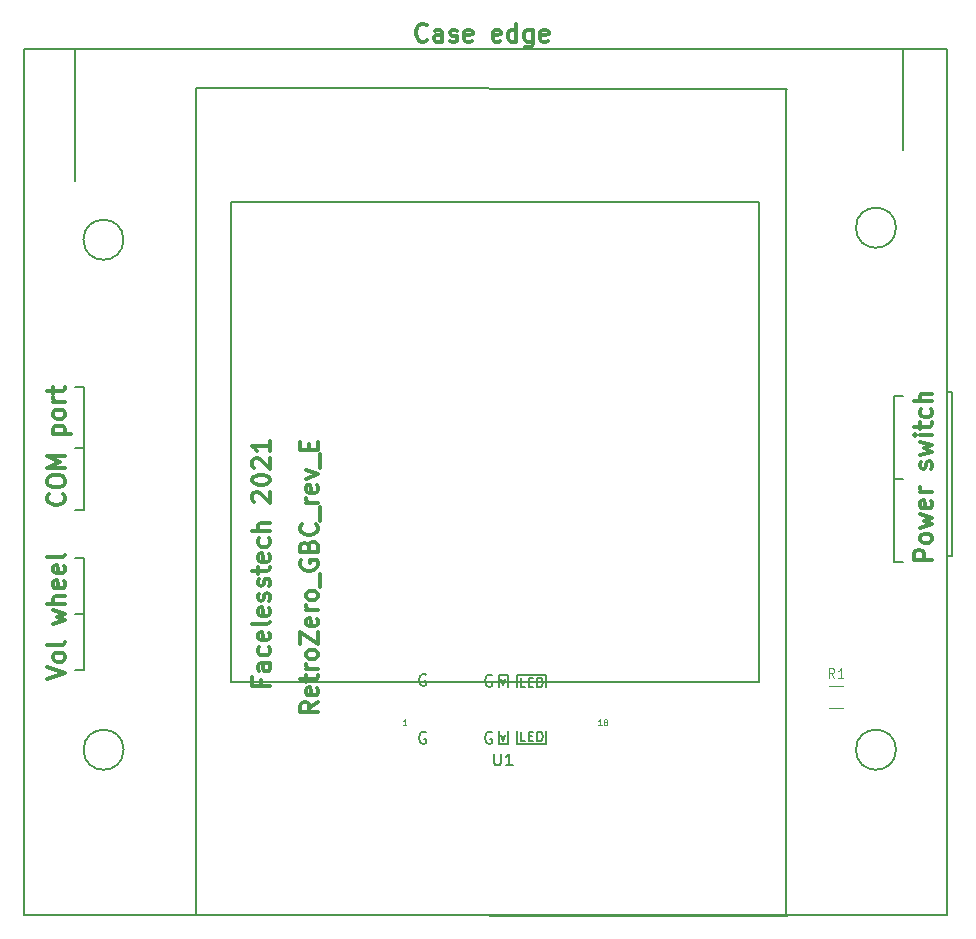
<source format=gbr>
G04 #@! TF.GenerationSoftware,KiCad,Pcbnew,5.1.9+dfsg1-1*
G04 #@! TF.CreationDate,2021-10-13T15:34:27+01:00*
G04 #@! TF.ProjectId,gbc_retrozero_screen_rev_b,6762635f-7265-4747-926f-7a65726f5f73,rev?*
G04 #@! TF.SameCoordinates,Original*
G04 #@! TF.FileFunction,Legend,Top*
G04 #@! TF.FilePolarity,Positive*
%FSLAX46Y46*%
G04 Gerber Fmt 4.6, Leading zero omitted, Abs format (unit mm)*
G04 Created by KiCad (PCBNEW 5.1.9+dfsg1-1) date 2021-10-13 15:34:27*
%MOMM*%
%LPD*%
G01*
G04 APERTURE LIST*
%ADD10C,0.300000*%
%ADD11C,0.150000*%
%ADD12C,0.200000*%
%ADD13C,0.120000*%
%ADD14C,0.125000*%
G04 APERTURE END LIST*
D10*
X66821857Y-99483428D02*
X66821857Y-99983428D01*
X67607571Y-99983428D02*
X66107571Y-99983428D01*
X66107571Y-99269142D01*
X67607571Y-98054857D02*
X66821857Y-98054857D01*
X66679000Y-98126285D01*
X66607571Y-98269142D01*
X66607571Y-98554857D01*
X66679000Y-98697714D01*
X67536142Y-98054857D02*
X67607571Y-98197714D01*
X67607571Y-98554857D01*
X67536142Y-98697714D01*
X67393285Y-98769142D01*
X67250428Y-98769142D01*
X67107571Y-98697714D01*
X67036142Y-98554857D01*
X67036142Y-98197714D01*
X66964714Y-98054857D01*
X67536142Y-96697714D02*
X67607571Y-96840571D01*
X67607571Y-97126285D01*
X67536142Y-97269142D01*
X67464714Y-97340571D01*
X67321857Y-97412000D01*
X66893285Y-97412000D01*
X66750428Y-97340571D01*
X66679000Y-97269142D01*
X66607571Y-97126285D01*
X66607571Y-96840571D01*
X66679000Y-96697714D01*
X67536142Y-95483428D02*
X67607571Y-95626285D01*
X67607571Y-95912000D01*
X67536142Y-96054857D01*
X67393285Y-96126285D01*
X66821857Y-96126285D01*
X66679000Y-96054857D01*
X66607571Y-95912000D01*
X66607571Y-95626285D01*
X66679000Y-95483428D01*
X66821857Y-95412000D01*
X66964714Y-95412000D01*
X67107571Y-96126285D01*
X67607571Y-94554857D02*
X67536142Y-94697714D01*
X67393285Y-94769142D01*
X66107571Y-94769142D01*
X67536142Y-93412000D02*
X67607571Y-93554857D01*
X67607571Y-93840571D01*
X67536142Y-93983428D01*
X67393285Y-94054857D01*
X66821857Y-94054857D01*
X66679000Y-93983428D01*
X66607571Y-93840571D01*
X66607571Y-93554857D01*
X66679000Y-93412000D01*
X66821857Y-93340571D01*
X66964714Y-93340571D01*
X67107571Y-94054857D01*
X67536142Y-92769142D02*
X67607571Y-92626285D01*
X67607571Y-92340571D01*
X67536142Y-92197714D01*
X67393285Y-92126285D01*
X67321857Y-92126285D01*
X67179000Y-92197714D01*
X67107571Y-92340571D01*
X67107571Y-92554857D01*
X67036142Y-92697714D01*
X66893285Y-92769142D01*
X66821857Y-92769142D01*
X66679000Y-92697714D01*
X66607571Y-92554857D01*
X66607571Y-92340571D01*
X66679000Y-92197714D01*
X67536142Y-91554857D02*
X67607571Y-91412000D01*
X67607571Y-91126285D01*
X67536142Y-90983428D01*
X67393285Y-90912000D01*
X67321857Y-90912000D01*
X67179000Y-90983428D01*
X67107571Y-91126285D01*
X67107571Y-91340571D01*
X67036142Y-91483428D01*
X66893285Y-91554857D01*
X66821857Y-91554857D01*
X66679000Y-91483428D01*
X66607571Y-91340571D01*
X66607571Y-91126285D01*
X66679000Y-90983428D01*
X66607571Y-90483428D02*
X66607571Y-89912000D01*
X66107571Y-90269142D02*
X67393285Y-90269142D01*
X67536142Y-90197714D01*
X67607571Y-90054857D01*
X67607571Y-89912000D01*
X67536142Y-88840571D02*
X67607571Y-88983428D01*
X67607571Y-89269142D01*
X67536142Y-89412000D01*
X67393285Y-89483428D01*
X66821857Y-89483428D01*
X66679000Y-89412000D01*
X66607571Y-89269142D01*
X66607571Y-88983428D01*
X66679000Y-88840571D01*
X66821857Y-88769142D01*
X66964714Y-88769142D01*
X67107571Y-89483428D01*
X67536142Y-87483428D02*
X67607571Y-87626285D01*
X67607571Y-87912000D01*
X67536142Y-88054857D01*
X67464714Y-88126285D01*
X67321857Y-88197714D01*
X66893285Y-88197714D01*
X66750428Y-88126285D01*
X66679000Y-88054857D01*
X66607571Y-87912000D01*
X66607571Y-87626285D01*
X66679000Y-87483428D01*
X67607571Y-86840571D02*
X66107571Y-86840571D01*
X67607571Y-86197714D02*
X66821857Y-86197714D01*
X66679000Y-86269142D01*
X66607571Y-86412000D01*
X66607571Y-86626285D01*
X66679000Y-86769142D01*
X66750428Y-86840571D01*
X66250428Y-84412000D02*
X66179000Y-84340571D01*
X66107571Y-84197714D01*
X66107571Y-83840571D01*
X66179000Y-83697714D01*
X66250428Y-83626285D01*
X66393285Y-83554857D01*
X66536142Y-83554857D01*
X66750428Y-83626285D01*
X67607571Y-84483428D01*
X67607571Y-83554857D01*
X66107571Y-82626285D02*
X66107571Y-82483428D01*
X66179000Y-82340571D01*
X66250428Y-82269142D01*
X66393285Y-82197714D01*
X66679000Y-82126285D01*
X67036142Y-82126285D01*
X67321857Y-82197714D01*
X67464714Y-82269142D01*
X67536142Y-82340571D01*
X67607571Y-82483428D01*
X67607571Y-82626285D01*
X67536142Y-82769142D01*
X67464714Y-82840571D01*
X67321857Y-82912000D01*
X67036142Y-82983428D01*
X66679000Y-82983428D01*
X66393285Y-82912000D01*
X66250428Y-82840571D01*
X66179000Y-82769142D01*
X66107571Y-82626285D01*
X66250428Y-81554857D02*
X66179000Y-81483428D01*
X66107571Y-81340571D01*
X66107571Y-80983428D01*
X66179000Y-80840571D01*
X66250428Y-80769142D01*
X66393285Y-80697714D01*
X66536142Y-80697714D01*
X66750428Y-80769142D01*
X67607571Y-81626285D01*
X67607571Y-80697714D01*
X67607571Y-79269142D02*
X67607571Y-80126285D01*
X67607571Y-79697714D02*
X66107571Y-79697714D01*
X66321857Y-79840571D01*
X66464714Y-79983428D01*
X66536142Y-80126285D01*
X71671571Y-101376428D02*
X70957285Y-101876428D01*
X71671571Y-102233571D02*
X70171571Y-102233571D01*
X70171571Y-101662142D01*
X70243000Y-101519285D01*
X70314428Y-101447857D01*
X70457285Y-101376428D01*
X70671571Y-101376428D01*
X70814428Y-101447857D01*
X70885857Y-101519285D01*
X70957285Y-101662142D01*
X70957285Y-102233571D01*
X71600142Y-100162142D02*
X71671571Y-100305000D01*
X71671571Y-100590714D01*
X71600142Y-100733571D01*
X71457285Y-100805000D01*
X70885857Y-100805000D01*
X70743000Y-100733571D01*
X70671571Y-100590714D01*
X70671571Y-100305000D01*
X70743000Y-100162142D01*
X70885857Y-100090714D01*
X71028714Y-100090714D01*
X71171571Y-100805000D01*
X70671571Y-99662142D02*
X70671571Y-99090714D01*
X70171571Y-99447857D02*
X71457285Y-99447857D01*
X71600142Y-99376428D01*
X71671571Y-99233571D01*
X71671571Y-99090714D01*
X71671571Y-98590714D02*
X70671571Y-98590714D01*
X70957285Y-98590714D02*
X70814428Y-98519285D01*
X70743000Y-98447857D01*
X70671571Y-98305000D01*
X70671571Y-98162142D01*
X71671571Y-97447857D02*
X71600142Y-97590714D01*
X71528714Y-97662142D01*
X71385857Y-97733571D01*
X70957285Y-97733571D01*
X70814428Y-97662142D01*
X70743000Y-97590714D01*
X70671571Y-97447857D01*
X70671571Y-97233571D01*
X70743000Y-97090714D01*
X70814428Y-97019285D01*
X70957285Y-96947857D01*
X71385857Y-96947857D01*
X71528714Y-97019285D01*
X71600142Y-97090714D01*
X71671571Y-97233571D01*
X71671571Y-97447857D01*
X70171571Y-96447857D02*
X70171571Y-95447857D01*
X71671571Y-96447857D01*
X71671571Y-95447857D01*
X71600142Y-94305000D02*
X71671571Y-94447857D01*
X71671571Y-94733571D01*
X71600142Y-94876428D01*
X71457285Y-94947857D01*
X70885857Y-94947857D01*
X70743000Y-94876428D01*
X70671571Y-94733571D01*
X70671571Y-94447857D01*
X70743000Y-94305000D01*
X70885857Y-94233571D01*
X71028714Y-94233571D01*
X71171571Y-94947857D01*
X71671571Y-93590714D02*
X70671571Y-93590714D01*
X70957285Y-93590714D02*
X70814428Y-93519285D01*
X70743000Y-93447857D01*
X70671571Y-93305000D01*
X70671571Y-93162142D01*
X71671571Y-92447857D02*
X71600142Y-92590714D01*
X71528714Y-92662142D01*
X71385857Y-92733571D01*
X70957285Y-92733571D01*
X70814428Y-92662142D01*
X70743000Y-92590714D01*
X70671571Y-92447857D01*
X70671571Y-92233571D01*
X70743000Y-92090714D01*
X70814428Y-92019285D01*
X70957285Y-91947857D01*
X71385857Y-91947857D01*
X71528714Y-92019285D01*
X71600142Y-92090714D01*
X71671571Y-92233571D01*
X71671571Y-92447857D01*
X71814428Y-91662142D02*
X71814428Y-90519285D01*
X70243000Y-89376428D02*
X70171571Y-89519285D01*
X70171571Y-89733571D01*
X70243000Y-89947857D01*
X70385857Y-90090714D01*
X70528714Y-90162142D01*
X70814428Y-90233571D01*
X71028714Y-90233571D01*
X71314428Y-90162142D01*
X71457285Y-90090714D01*
X71600142Y-89947857D01*
X71671571Y-89733571D01*
X71671571Y-89590714D01*
X71600142Y-89376428D01*
X71528714Y-89305000D01*
X71028714Y-89305000D01*
X71028714Y-89590714D01*
X70885857Y-88162142D02*
X70957285Y-87947857D01*
X71028714Y-87876428D01*
X71171571Y-87805000D01*
X71385857Y-87805000D01*
X71528714Y-87876428D01*
X71600142Y-87947857D01*
X71671571Y-88090714D01*
X71671571Y-88662142D01*
X70171571Y-88662142D01*
X70171571Y-88162142D01*
X70243000Y-88019285D01*
X70314428Y-87947857D01*
X70457285Y-87876428D01*
X70600142Y-87876428D01*
X70743000Y-87947857D01*
X70814428Y-88019285D01*
X70885857Y-88162142D01*
X70885857Y-88662142D01*
X71528714Y-86305000D02*
X71600142Y-86376428D01*
X71671571Y-86590714D01*
X71671571Y-86733571D01*
X71600142Y-86947857D01*
X71457285Y-87090714D01*
X71314428Y-87162142D01*
X71028714Y-87233571D01*
X70814428Y-87233571D01*
X70528714Y-87162142D01*
X70385857Y-87090714D01*
X70243000Y-86947857D01*
X70171571Y-86733571D01*
X70171571Y-86590714D01*
X70243000Y-86376428D01*
X70314428Y-86305000D01*
X71814428Y-86019285D02*
X71814428Y-84876428D01*
X71671571Y-84519285D02*
X70671571Y-84519285D01*
X70957285Y-84519285D02*
X70814428Y-84447857D01*
X70743000Y-84376428D01*
X70671571Y-84233571D01*
X70671571Y-84090714D01*
X71600142Y-83019285D02*
X71671571Y-83162142D01*
X71671571Y-83447857D01*
X71600142Y-83590714D01*
X71457285Y-83662142D01*
X70885857Y-83662142D01*
X70743000Y-83590714D01*
X70671571Y-83447857D01*
X70671571Y-83162142D01*
X70743000Y-83019285D01*
X70885857Y-82947857D01*
X71028714Y-82947857D01*
X71171571Y-83662142D01*
X70671571Y-82447857D02*
X71671571Y-82090714D01*
X70671571Y-81733571D01*
X71814428Y-81519285D02*
X71814428Y-80376428D01*
X70885857Y-80019285D02*
X70885857Y-79519285D01*
X71671571Y-79305000D02*
X71671571Y-80019285D01*
X70171571Y-80019285D01*
X70171571Y-79305000D01*
D11*
X46800360Y-119417400D02*
X124905360Y-119412320D01*
D10*
X50124994Y-83747680D02*
X50196422Y-83819108D01*
X50267851Y-84033394D01*
X50267851Y-84176251D01*
X50196422Y-84390537D01*
X50053565Y-84533394D01*
X49910708Y-84604822D01*
X49624994Y-84676251D01*
X49410708Y-84676251D01*
X49124994Y-84604822D01*
X48982137Y-84533394D01*
X48839280Y-84390537D01*
X48767851Y-84176251D01*
X48767851Y-84033394D01*
X48839280Y-83819108D01*
X48910708Y-83747680D01*
X48767851Y-82819108D02*
X48767851Y-82533394D01*
X48839280Y-82390537D01*
X48982137Y-82247680D01*
X49267851Y-82176251D01*
X49767851Y-82176251D01*
X50053565Y-82247680D01*
X50196422Y-82390537D01*
X50267851Y-82533394D01*
X50267851Y-82819108D01*
X50196422Y-82961965D01*
X50053565Y-83104822D01*
X49767851Y-83176251D01*
X49267851Y-83176251D01*
X48982137Y-83104822D01*
X48839280Y-82961965D01*
X48767851Y-82819108D01*
X50267851Y-81533394D02*
X48767851Y-81533394D01*
X49839280Y-81033394D01*
X48767851Y-80533394D01*
X50267851Y-80533394D01*
X49267851Y-78676251D02*
X50767851Y-78676251D01*
X49339280Y-78676251D02*
X49267851Y-78533394D01*
X49267851Y-78247680D01*
X49339280Y-78104822D01*
X49410708Y-78033394D01*
X49553565Y-77961965D01*
X49982137Y-77961965D01*
X50124994Y-78033394D01*
X50196422Y-78104822D01*
X50267851Y-78247680D01*
X50267851Y-78533394D01*
X50196422Y-78676251D01*
X50267851Y-77104822D02*
X50196422Y-77247680D01*
X50124994Y-77319108D01*
X49982137Y-77390537D01*
X49553565Y-77390537D01*
X49410708Y-77319108D01*
X49339280Y-77247680D01*
X49267851Y-77104822D01*
X49267851Y-76890537D01*
X49339280Y-76747680D01*
X49410708Y-76676251D01*
X49553565Y-76604822D01*
X49982137Y-76604822D01*
X50124994Y-76676251D01*
X50196422Y-76747680D01*
X50267851Y-76890537D01*
X50267851Y-77104822D01*
X50267851Y-75961965D02*
X49267851Y-75961965D01*
X49553565Y-75961965D02*
X49410708Y-75890537D01*
X49339280Y-75819108D01*
X49267851Y-75676251D01*
X49267851Y-75533394D01*
X49267851Y-75247680D02*
X49267851Y-74676251D01*
X48767851Y-75033394D02*
X50053565Y-75033394D01*
X50196422Y-74961965D01*
X50267851Y-74819108D01*
X50267851Y-74676251D01*
D11*
X124905360Y-46087600D02*
X124905360Y-119412320D01*
X46805440Y-46092680D02*
X46805440Y-119417400D01*
X51113280Y-46092680D02*
X46807980Y-46092680D01*
D12*
X125332080Y-88993280D02*
X124900280Y-88993280D01*
X125332080Y-75099480D02*
X125332080Y-88993280D01*
X124925680Y-75099480D02*
X125332080Y-75099480D01*
X121217280Y-46092680D02*
X124925680Y-46092680D01*
D10*
X80915280Y-45294894D02*
X80843851Y-45366322D01*
X80629565Y-45437751D01*
X80486708Y-45437751D01*
X80272422Y-45366322D01*
X80129565Y-45223465D01*
X80058137Y-45080608D01*
X79986708Y-44794894D01*
X79986708Y-44580608D01*
X80058137Y-44294894D01*
X80129565Y-44152037D01*
X80272422Y-44009180D01*
X80486708Y-43937751D01*
X80629565Y-43937751D01*
X80843851Y-44009180D01*
X80915280Y-44080608D01*
X82200994Y-45437751D02*
X82200994Y-44652037D01*
X82129565Y-44509180D01*
X81986708Y-44437751D01*
X81700994Y-44437751D01*
X81558137Y-44509180D01*
X82200994Y-45366322D02*
X82058137Y-45437751D01*
X81700994Y-45437751D01*
X81558137Y-45366322D01*
X81486708Y-45223465D01*
X81486708Y-45080608D01*
X81558137Y-44937751D01*
X81700994Y-44866322D01*
X82058137Y-44866322D01*
X82200994Y-44794894D01*
X82843851Y-45366322D02*
X82986708Y-45437751D01*
X83272422Y-45437751D01*
X83415280Y-45366322D01*
X83486708Y-45223465D01*
X83486708Y-45152037D01*
X83415280Y-45009180D01*
X83272422Y-44937751D01*
X83058137Y-44937751D01*
X82915280Y-44866322D01*
X82843851Y-44723465D01*
X82843851Y-44652037D01*
X82915280Y-44509180D01*
X83058137Y-44437751D01*
X83272422Y-44437751D01*
X83415280Y-44509180D01*
X84700994Y-45366322D02*
X84558137Y-45437751D01*
X84272422Y-45437751D01*
X84129565Y-45366322D01*
X84058137Y-45223465D01*
X84058137Y-44652037D01*
X84129565Y-44509180D01*
X84272422Y-44437751D01*
X84558137Y-44437751D01*
X84700994Y-44509180D01*
X84772422Y-44652037D01*
X84772422Y-44794894D01*
X84058137Y-44937751D01*
X87129565Y-45366322D02*
X86986708Y-45437751D01*
X86700994Y-45437751D01*
X86558137Y-45366322D01*
X86486708Y-45223465D01*
X86486708Y-44652037D01*
X86558137Y-44509180D01*
X86700994Y-44437751D01*
X86986708Y-44437751D01*
X87129565Y-44509180D01*
X87200994Y-44652037D01*
X87200994Y-44794894D01*
X86486708Y-44937751D01*
X88486708Y-45437751D02*
X88486708Y-43937751D01*
X88486708Y-45366322D02*
X88343851Y-45437751D01*
X88058137Y-45437751D01*
X87915280Y-45366322D01*
X87843851Y-45294894D01*
X87772422Y-45152037D01*
X87772422Y-44723465D01*
X87843851Y-44580608D01*
X87915280Y-44509180D01*
X88058137Y-44437751D01*
X88343851Y-44437751D01*
X88486708Y-44509180D01*
X89843851Y-44437751D02*
X89843851Y-45652037D01*
X89772422Y-45794894D01*
X89700994Y-45866322D01*
X89558137Y-45937751D01*
X89343851Y-45937751D01*
X89200994Y-45866322D01*
X89843851Y-45366322D02*
X89700994Y-45437751D01*
X89415280Y-45437751D01*
X89272422Y-45366322D01*
X89200994Y-45294894D01*
X89129565Y-45152037D01*
X89129565Y-44723465D01*
X89200994Y-44580608D01*
X89272422Y-44509180D01*
X89415280Y-44437751D01*
X89700994Y-44437751D01*
X89843851Y-44509180D01*
X91129565Y-45366322D02*
X90986708Y-45437751D01*
X90700994Y-45437751D01*
X90558137Y-45366322D01*
X90486708Y-45223465D01*
X90486708Y-44652037D01*
X90558137Y-44509180D01*
X90700994Y-44437751D01*
X90986708Y-44437751D01*
X91129565Y-44509180D01*
X91200994Y-44652037D01*
X91200994Y-44794894D01*
X90486708Y-44937751D01*
D11*
X51113280Y-46092680D02*
X51113280Y-57268680D01*
X121217280Y-46092680D02*
X51113280Y-46092680D01*
X121217280Y-54601680D02*
X121217280Y-46092680D01*
D12*
X120455280Y-82478180D02*
X121217280Y-82478180D01*
X51113280Y-93908180D02*
X51875280Y-93908180D01*
X51113280Y-79874680D02*
X51875280Y-79874680D01*
D10*
X48767851Y-99384394D02*
X50267851Y-98884394D01*
X48767851Y-98384394D01*
X50267851Y-97670108D02*
X50196422Y-97812965D01*
X50124994Y-97884394D01*
X49982137Y-97955822D01*
X49553565Y-97955822D01*
X49410708Y-97884394D01*
X49339280Y-97812965D01*
X49267851Y-97670108D01*
X49267851Y-97455822D01*
X49339280Y-97312965D01*
X49410708Y-97241537D01*
X49553565Y-97170108D01*
X49982137Y-97170108D01*
X50124994Y-97241537D01*
X50196422Y-97312965D01*
X50267851Y-97455822D01*
X50267851Y-97670108D01*
X50267851Y-96312965D02*
X50196422Y-96455822D01*
X50053565Y-96527251D01*
X48767851Y-96527251D01*
X49267851Y-94741537D02*
X50267851Y-94455822D01*
X49553565Y-94170108D01*
X50267851Y-93884394D01*
X49267851Y-93598680D01*
X50267851Y-93027251D02*
X48767851Y-93027251D01*
X50267851Y-92384394D02*
X49482137Y-92384394D01*
X49339280Y-92455822D01*
X49267851Y-92598680D01*
X49267851Y-92812965D01*
X49339280Y-92955822D01*
X49410708Y-93027251D01*
X50196422Y-91098680D02*
X50267851Y-91241537D01*
X50267851Y-91527251D01*
X50196422Y-91670108D01*
X50053565Y-91741537D01*
X49482137Y-91741537D01*
X49339280Y-91670108D01*
X49267851Y-91527251D01*
X49267851Y-91241537D01*
X49339280Y-91098680D01*
X49482137Y-91027251D01*
X49624994Y-91027251D01*
X49767851Y-91741537D01*
X50196422Y-89812965D02*
X50267851Y-89955822D01*
X50267851Y-90241537D01*
X50196422Y-90384394D01*
X50053565Y-90455822D01*
X49482137Y-90455822D01*
X49339280Y-90384394D01*
X49267851Y-90241537D01*
X49267851Y-89955822D01*
X49339280Y-89812965D01*
X49482137Y-89741537D01*
X49624994Y-89741537D01*
X49767851Y-90455822D01*
X50267851Y-88884394D02*
X50196422Y-89027251D01*
X50053565Y-89098680D01*
X48767851Y-89098680D01*
X123673851Y-89323394D02*
X122173851Y-89323394D01*
X122173851Y-88751965D01*
X122245280Y-88609108D01*
X122316708Y-88537680D01*
X122459565Y-88466251D01*
X122673851Y-88466251D01*
X122816708Y-88537680D01*
X122888137Y-88609108D01*
X122959565Y-88751965D01*
X122959565Y-89323394D01*
X123673851Y-87609108D02*
X123602422Y-87751965D01*
X123530994Y-87823394D01*
X123388137Y-87894822D01*
X122959565Y-87894822D01*
X122816708Y-87823394D01*
X122745280Y-87751965D01*
X122673851Y-87609108D01*
X122673851Y-87394822D01*
X122745280Y-87251965D01*
X122816708Y-87180537D01*
X122959565Y-87109108D01*
X123388137Y-87109108D01*
X123530994Y-87180537D01*
X123602422Y-87251965D01*
X123673851Y-87394822D01*
X123673851Y-87609108D01*
X122673851Y-86609108D02*
X123673851Y-86323394D01*
X122959565Y-86037680D01*
X123673851Y-85751965D01*
X122673851Y-85466251D01*
X123602422Y-84323394D02*
X123673851Y-84466251D01*
X123673851Y-84751965D01*
X123602422Y-84894822D01*
X123459565Y-84966251D01*
X122888137Y-84966251D01*
X122745280Y-84894822D01*
X122673851Y-84751965D01*
X122673851Y-84466251D01*
X122745280Y-84323394D01*
X122888137Y-84251965D01*
X123030994Y-84251965D01*
X123173851Y-84966251D01*
X123673851Y-83609108D02*
X122673851Y-83609108D01*
X122959565Y-83609108D02*
X122816708Y-83537680D01*
X122745280Y-83466251D01*
X122673851Y-83323394D01*
X122673851Y-83180537D01*
X123602422Y-81609108D02*
X123673851Y-81466251D01*
X123673851Y-81180537D01*
X123602422Y-81037680D01*
X123459565Y-80966251D01*
X123388137Y-80966251D01*
X123245280Y-81037680D01*
X123173851Y-81180537D01*
X123173851Y-81394822D01*
X123102422Y-81537680D01*
X122959565Y-81609108D01*
X122888137Y-81609108D01*
X122745280Y-81537680D01*
X122673851Y-81394822D01*
X122673851Y-81180537D01*
X122745280Y-81037680D01*
X122673851Y-80466251D02*
X123673851Y-80180537D01*
X122959565Y-79894822D01*
X123673851Y-79609108D01*
X122673851Y-79323394D01*
X123673851Y-78751965D02*
X122673851Y-78751965D01*
X122173851Y-78751965D02*
X122245280Y-78823394D01*
X122316708Y-78751965D01*
X122245280Y-78680537D01*
X122173851Y-78751965D01*
X122316708Y-78751965D01*
X122673851Y-78251965D02*
X122673851Y-77680537D01*
X122173851Y-78037680D02*
X123459565Y-78037680D01*
X123602422Y-77966251D01*
X123673851Y-77823394D01*
X123673851Y-77680537D01*
X123602422Y-76537680D02*
X123673851Y-76680537D01*
X123673851Y-76966251D01*
X123602422Y-77109108D01*
X123530994Y-77180537D01*
X123388137Y-77251965D01*
X122959565Y-77251965D01*
X122816708Y-77180537D01*
X122745280Y-77109108D01*
X122673851Y-76966251D01*
X122673851Y-76680537D01*
X122745280Y-76537680D01*
X123673851Y-75894822D02*
X122173851Y-75894822D01*
X123673851Y-75251965D02*
X122888137Y-75251965D01*
X122745280Y-75323394D01*
X122673851Y-75466251D01*
X122673851Y-75680537D01*
X122745280Y-75823394D01*
X122816708Y-75894822D01*
D12*
X120455280Y-75429680D02*
X121217280Y-75429680D01*
X120455280Y-89526680D02*
X121217280Y-89526680D01*
X120455280Y-75429680D02*
X120455280Y-89526680D01*
X51875280Y-89145680D02*
X51113280Y-89145680D01*
X51875280Y-98670680D02*
X51113280Y-98670680D01*
X51875280Y-89145680D02*
X51875280Y-98670680D01*
X51875280Y-85081680D02*
X51113280Y-85081680D01*
X51875280Y-74667680D02*
X51875280Y-85081680D01*
X51113280Y-74667680D02*
X51875280Y-74667680D01*
X109025280Y-59046680D02*
X64321280Y-59046680D01*
X109025280Y-99686680D02*
X109025280Y-59046680D01*
X64321280Y-99686680D02*
X64321280Y-59046680D01*
X64321280Y-99686680D02*
X109025280Y-99686680D01*
D11*
X61366400Y-49403000D02*
X111373920Y-49428400D01*
X61341000Y-119430800D02*
X111348520Y-119456200D01*
X111328200Y-119430800D02*
X111328200Y-49428400D01*
X61341000Y-119430800D02*
X61341000Y-49428400D01*
X90970100Y-104940100D02*
X90970100Y-103797100D01*
X88557100Y-104940100D02*
X90970100Y-104940100D01*
X88557100Y-103797100D02*
X88557100Y-104940100D01*
X90970100Y-99034600D02*
X88557100Y-99034600D01*
X90970100Y-100114100D02*
X90970100Y-99034600D01*
X86969600Y-99034600D02*
X86969600Y-100114100D01*
X87795100Y-100114100D02*
X87795100Y-99034600D01*
X87795100Y-99034600D02*
X86969600Y-99034600D01*
X88557100Y-100114100D02*
X88557100Y-99034600D01*
X86969600Y-104940100D02*
X86969600Y-103797100D01*
X87795100Y-104940100D02*
X86969600Y-104940100D01*
X87795100Y-103797100D02*
X87795100Y-104940100D01*
X55223017Y-105401680D02*
G75*
G03*
X55223017Y-105401680I-1696737J0D01*
G01*
X120615317Y-61203140D02*
G75*
G03*
X120615317Y-61203140I-1696737J0D01*
G01*
X55210317Y-62219140D02*
G75*
G03*
X55210317Y-62219140I-1696737J0D01*
G01*
X120615317Y-105399140D02*
G75*
G03*
X120615317Y-105399140I-1696737J0D01*
G01*
D13*
X114930436Y-101840000D02*
X116134564Y-101840000D01*
X114930436Y-100020000D02*
X116134564Y-100020000D01*
D11*
X86588695Y-105725980D02*
X86588695Y-106535504D01*
X86636314Y-106630742D01*
X86683933Y-106678361D01*
X86779171Y-106725980D01*
X86969647Y-106725980D01*
X87064885Y-106678361D01*
X87112504Y-106630742D01*
X87160123Y-106535504D01*
X87160123Y-105725980D01*
X88160123Y-106725980D02*
X87588695Y-106725980D01*
X87874409Y-106725980D02*
X87874409Y-105725980D01*
X87779171Y-105868838D01*
X87683933Y-105964076D01*
X87588695Y-106011695D01*
D14*
X79162257Y-103324790D02*
X78876542Y-103324790D01*
X79019400Y-103324790D02*
X79019400Y-102824790D01*
X78971780Y-102896219D01*
X78924161Y-102943838D01*
X78876542Y-102967647D01*
X95688161Y-103324790D02*
X95402447Y-103324790D01*
X95545304Y-103324790D02*
X95545304Y-102824790D01*
X95497685Y-102896219D01*
X95450066Y-102943838D01*
X95402447Y-102967647D01*
X95973876Y-103039076D02*
X95926257Y-103015266D01*
X95902447Y-102991457D01*
X95878638Y-102943838D01*
X95878638Y-102920028D01*
X95902447Y-102872409D01*
X95926257Y-102848600D01*
X95973876Y-102824790D01*
X96069114Y-102824790D01*
X96116733Y-102848600D01*
X96140542Y-102872409D01*
X96164352Y-102920028D01*
X96164352Y-102943838D01*
X96140542Y-102991457D01*
X96116733Y-103015266D01*
X96069114Y-103039076D01*
X95973876Y-103039076D01*
X95926257Y-103062885D01*
X95902447Y-103086695D01*
X95878638Y-103134314D01*
X95878638Y-103229552D01*
X95902447Y-103277171D01*
X95926257Y-103300980D01*
X95973876Y-103324790D01*
X96069114Y-103324790D01*
X96116733Y-103300980D01*
X96140542Y-103277171D01*
X96164352Y-103229552D01*
X96164352Y-103134314D01*
X96140542Y-103086695D01*
X96116733Y-103062885D01*
X96069114Y-103039076D01*
D11*
X87160123Y-99371171D02*
X87350600Y-99904504D01*
X87541076Y-99371171D01*
X89249314Y-100095004D02*
X88868361Y-100095004D01*
X88868361Y-99295004D01*
X89515980Y-99675957D02*
X89782647Y-99675957D01*
X89896933Y-100095004D02*
X89515980Y-100095004D01*
X89515980Y-99295004D01*
X89896933Y-99295004D01*
X90239790Y-100095004D02*
X90239790Y-99295004D01*
X90430266Y-99295004D01*
X90544552Y-99333100D01*
X90620742Y-99409290D01*
X90658838Y-99485480D01*
X90696933Y-99637861D01*
X90696933Y-99752147D01*
X90658838Y-99904528D01*
X90620742Y-99980719D01*
X90544552Y-100056909D01*
X90430266Y-100095004D01*
X90239790Y-100095004D01*
X89249314Y-104667004D02*
X88868361Y-104667004D01*
X88868361Y-103867004D01*
X89515980Y-104247957D02*
X89782647Y-104247957D01*
X89896933Y-104667004D02*
X89515980Y-104667004D01*
X89515980Y-103867004D01*
X89896933Y-103867004D01*
X90239790Y-104667004D02*
X90239790Y-103867004D01*
X90430266Y-103867004D01*
X90544552Y-103905100D01*
X90620742Y-103981290D01*
X90658838Y-104057480D01*
X90696933Y-104209861D01*
X90696933Y-104324147D01*
X90658838Y-104476528D01*
X90620742Y-104552719D01*
X90544552Y-104628909D01*
X90430266Y-104667004D01*
X90239790Y-104667004D01*
X87160123Y-104133671D02*
X87350600Y-104667004D01*
X87541076Y-104133671D01*
X86406004Y-99106100D02*
X86310766Y-99058480D01*
X86167909Y-99058480D01*
X86025052Y-99106100D01*
X85929814Y-99201338D01*
X85882195Y-99296576D01*
X85834576Y-99487052D01*
X85834576Y-99629909D01*
X85882195Y-99820385D01*
X85929814Y-99915623D01*
X86025052Y-100010861D01*
X86167909Y-100058480D01*
X86263147Y-100058480D01*
X86406004Y-100010861D01*
X86453623Y-99963242D01*
X86453623Y-99629909D01*
X86263147Y-99629909D01*
X86406004Y-103932100D02*
X86310766Y-103884480D01*
X86167909Y-103884480D01*
X86025052Y-103932100D01*
X85929814Y-104027338D01*
X85882195Y-104122576D01*
X85834576Y-104313052D01*
X85834576Y-104455909D01*
X85882195Y-104646385D01*
X85929814Y-104741623D01*
X86025052Y-104836861D01*
X86167909Y-104884480D01*
X86263147Y-104884480D01*
X86406004Y-104836861D01*
X86453623Y-104789242D01*
X86453623Y-104455909D01*
X86263147Y-104455909D01*
X80818004Y-99042600D02*
X80722766Y-98994980D01*
X80579909Y-98994980D01*
X80437052Y-99042600D01*
X80341814Y-99137838D01*
X80294195Y-99233076D01*
X80246576Y-99423552D01*
X80246576Y-99566409D01*
X80294195Y-99756885D01*
X80341814Y-99852123D01*
X80437052Y-99947361D01*
X80579909Y-99994980D01*
X80675147Y-99994980D01*
X80818004Y-99947361D01*
X80865623Y-99899742D01*
X80865623Y-99566409D01*
X80675147Y-99566409D01*
X80818004Y-103932100D02*
X80722766Y-103884480D01*
X80579909Y-103884480D01*
X80437052Y-103932100D01*
X80341814Y-104027338D01*
X80294195Y-104122576D01*
X80246576Y-104313052D01*
X80246576Y-104455909D01*
X80294195Y-104646385D01*
X80341814Y-104741623D01*
X80437052Y-104836861D01*
X80579909Y-104884480D01*
X80675147Y-104884480D01*
X80818004Y-104836861D01*
X80865623Y-104789242D01*
X80865623Y-104455909D01*
X80675147Y-104455909D01*
D13*
X115399166Y-99307604D02*
X115132500Y-98926652D01*
X114942023Y-99307604D02*
X114942023Y-98507604D01*
X115246785Y-98507604D01*
X115322976Y-98545700D01*
X115361071Y-98583795D01*
X115399166Y-98659985D01*
X115399166Y-98774271D01*
X115361071Y-98850461D01*
X115322976Y-98888557D01*
X115246785Y-98926652D01*
X114942023Y-98926652D01*
X116161071Y-99307604D02*
X115703928Y-99307604D01*
X115932500Y-99307604D02*
X115932500Y-98507604D01*
X115856309Y-98621890D01*
X115780119Y-98698080D01*
X115703928Y-98736176D01*
M02*

</source>
